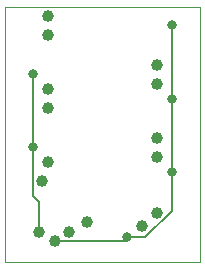
<source format=gbl>
G75*
%MOIN*%
%OFA0B0*%
%FSLAX24Y24*%
%IPPOS*%
%LPD*%
%AMOC8*
5,1,8,0,0,1.08239X$1,22.5*
%
%ADD10C,0.0000*%
%ADD11C,0.0397*%
%ADD12C,0.0317*%
%ADD13C,0.0060*%
D10*
X002392Y002517D02*
X002392Y011017D01*
X008892Y011017D01*
X008892Y002517D01*
X002392Y002517D01*
D11*
X003517Y003517D03*
X004079Y003204D03*
X004517Y003517D03*
X005142Y003829D03*
X003642Y005204D03*
X003829Y005829D03*
X003829Y007642D03*
X003829Y008267D03*
X003829Y010079D03*
X003829Y010704D03*
X007454Y009079D03*
X007454Y008454D03*
X007454Y006642D03*
X007454Y006017D03*
X007454Y004142D03*
X006954Y003704D03*
D12*
X006454Y003329D03*
X007954Y005517D03*
X007954Y007954D03*
X007954Y010392D03*
X003329Y008767D03*
X003329Y006329D03*
D13*
X003329Y004704D01*
X003517Y004517D01*
X003517Y003517D01*
X004079Y003204D02*
X006454Y003204D01*
X006454Y003329D01*
X007079Y003329D01*
X007954Y004204D01*
X007954Y005517D01*
X007954Y007954D01*
X007954Y010392D01*
X003329Y008767D02*
X003329Y006329D01*
M02*

</source>
